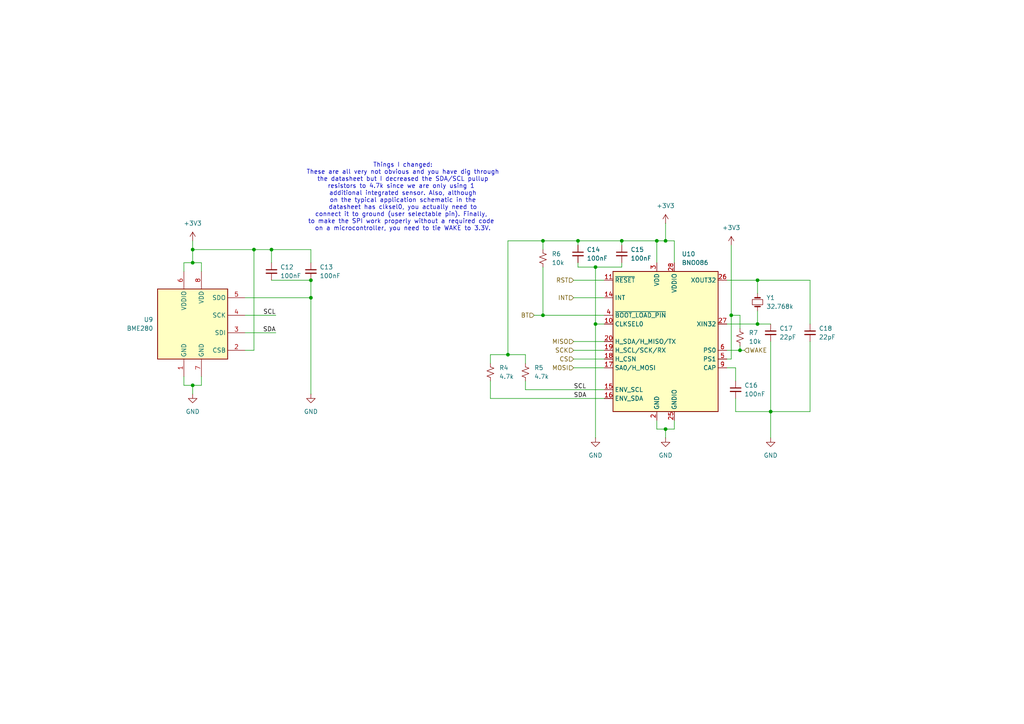
<source format=kicad_sch>
(kicad_sch (version 20250114) (generator "eeschema") (generator_version "9.0")
  (paper "A4")
  (lib_symbols
    (symbol "Device:C_Small" (pin_numbers (hide yes)) (pin_names (offset 0.254) (hide yes))
      (property "Reference" "C" (at 0.254 1.778 0))
      (property "Value" "C_Small" (at 0.254 -2.032 0))
      (symbol "C_Small_0_1"
        (polyline (pts (xy -1.524 0.508) (xy 1.524 0.508)) (stroke (width 0.3048)))
        (polyline (pts (xy -1.524 -0.508) (xy 1.524 -0.508)) (stroke (width 0.3302)))
      )
      (symbol "C_Small_1_1"
        (pin passive line (at 0 2.54 270) (length 2.032) (name "~") (number "1"))
        (pin passive line (at 0 -2.54 90) (length 2.032) (name "~") (number "2"))
      )
    )
    (symbol "Device:Crystal_Small" (pin_numbers (hide yes)) (pin_names (offset 1.016) (hide yes))
      (property "Reference" "Y" (at 0 2.54 0))
      (property "Value" "Crystal_Small" (at 0 -2.54 0))
      (symbol "Crystal_Small_0_1"
        (polyline (pts (xy -1.27 -0.762) (xy -1.27 0.762)) (stroke (width 0.381)))
        (rectangle (start -0.762 -1.524) (end 0.762 1.524))
        (polyline (pts (xy 1.27 -0.762) (xy 1.27 0.762)) (stroke (width 0.381)))
      )
      (symbol "Crystal_Small_1_1"
        (pin passive line (at -2.54 0 0) (length 1.27) (name "1") (number "1"))
        (pin passive line (at 2.54 0 180) (length 1.27) (name "2") (number "2"))
      )
    )
    (symbol "Device:R_Small_US" (pin_numbers (hide yes)) (pin_names (offset 0.254) (hide yes))
      (property "Reference" "R" (at 0.762 0.508 0))
      (property "Value" "R_Small_US" (at 0.762 -1.016 0))
      (symbol "R_Small_US_1_1"
        (polyline (pts (xy 0 1.524) (xy 1.016 1.143) (xy 0 0.762) (xy -1.016 0.381) (xy 0 0)))
        (polyline (pts (xy 0 0) (xy 1.016 -0.381) (xy 0 -0.762) (xy -1.016 -1.143) (xy 0 -1.524)))
        (pin passive line (at 0 2.54 270) (length 1.016) (name "~") (number "1"))
        (pin passive line (at 0 -2.54 90) (length 1.016) (name "~") (number "2"))
      )
    )
    (symbol "Sensor:BME280"
      (property "Reference" "U" (at -8.89 11.43 0))
      (property "Value" "BME280" (at 7.62 11.43 0))
      (symbol "BME280_0_1"
        (rectangle (start -10.16 10.16) (end 10.16 -10.16) (stroke (width 0.254)) (fill (type background)))
      )
      (symbol "BME280_1_1"
        (pin power_in line (at -2.54 15.24 270) (length 5.08) (name "VDDIO") (number "6"))
        (pin power_in line (at -2.54 -15.24 90) (length 5.08) (name "GND") (number "1"))
        (pin power_in line (at 2.54 15.24 270) (length 5.08) (name "VDD") (number "8"))
        (pin power_in line (at 2.54 -15.24 90) (length 5.08) (name "GND") (number "7"))
        (pin bidirectional line (at 15.24 7.62 180) (length 5.08) (name "SDO") (number "5"))
        (pin input line (at 15.24 2.54 180) (length 5.08) (name "SCK") (number "4"))
        (pin bidirectional line (at 15.24 -2.54 180) (length 5.08) (name "SDI") (number "3"))
        (pin input line (at 15.24 -7.62 180) (length 5.08) (name "CSB") (number "2"))
      )
    )
    (symbol "Sensor_Motion:BNO086"
      (property "Reference" "U" (at -11.43 21.59 0))
      (property "Value" "BNO086" (at 12.7 21.59 0))
      (symbol "BNO086_0_1"
        (rectangle (start -15.24 20.32) (end 15.24 -20.32) (stroke (width 0.254)) (fill (type background)))
      )
      (symbol "BNO086_1_1"
        (pin input line (at -17.78 17.78 0) (length 2.54) (name "~{RESET}") (number "11"))
        (pin no_connect line (at -17.78 15.24 0) (length 2.54) (hide yes) (name "PIN1") (number "1"))
        (pin output line (at -17.78 12.7 0) (length 2.54) (name "INT") (number "14"))
        (pin no_connect line (at -17.78 10.16 0) (length 2.54) (hide yes) (name "PIN7") (number "7"))
        (pin input line (at -17.78 7.62 0) (length 2.54) (name "~{BOOT_LOAD_PIN}") (number "4"))
        (pin input line (at -17.78 5.08 0) (length 2.54) (name "CLKSEL0") (number "10"))
        (pin no_connect line (at -17.78 2.54 0) (length 2.54) (hide yes) (name "PIN8") (number "8"))
        (pin bidirectional line (at -17.78 0 0) (length 2.54) (name "H_SDA/H_MISO/TX") (number "20"))
        (pin bidirectional line (at -17.78 -2.54 0) (length 2.54) (name "H_SCL/SCK/RX") (number "19"))
        (pin input line (at -17.78 -5.08 0) (length 2.54) (name "H_CSN") (number "18"))
        (pin input line (at -17.78 -7.62 0) (length 2.54) (name "SA0/H_MOSI") (number "17"))
        (pin bidirectional line (at -17.78 -13.97 0) (length 2.54) (name "ENV_SCL") (number "15"))
        (pin bidirectional line (at -17.78 -16.51 0) (length 2.54) (name "ENV_SDA") (number "16"))
        (pin power_in line (at -2.54 22.86 270) (length 2.54) (name "VDD") (number "3"))
        (pin power_in line (at -2.54 -22.86 90) (length 2.54) (name "GND") (number "2"))
        (pin power_in line (at 2.54 22.86 270) (length 2.54) (name "VDDIO") (number "28"))
        (pin power_in line (at 2.54 -22.86 90) (length 2.54) (name "GNDIO") (number "25"))
        (pin output line (at 17.78 17.78 180) (length 2.54) (name "XOUT32") (number "26"))
        (pin no_connect line (at 17.78 15.24 180) (length 2.54) (hide yes) (name "PIN12") (number "12"))
        (pin no_connect line (at 17.78 12.7 180) (length 2.54) (hide yes) (name "PIN13") (number "13"))
        (pin no_connect line (at 17.78 10.16 180) (length 2.54) (hide yes) (name "PIN21") (number "21"))
        (pin no_connect line (at 17.78 7.62 180) (length 2.54) (hide yes) (name "PIN22") (number "22"))
        (pin input line (at 17.78 5.08 180) (length 2.54) (name "XIN32") (number "27"))
        (pin no_connect line (at 17.78 2.54 180) (length 2.54) (hide yes) (name "PIN23") (number "23"))
        (pin no_connect line (at 17.78 0 180) (length 2.54) (hide yes) (name "PIN24") (number "24"))
        (pin input line (at 17.78 -2.54 180) (length 2.54) (name "PS0") (number "6"))
        (pin input line (at 17.78 -5.08 180) (length 2.54) (name "PS1") (number "5"))
        (pin passive line (at 17.78 -7.62 180) (length 2.54) (name "CAP") (number "9"))
      )
    )
    (symbol "power:+3V3" (power) (pin_numbers (hide yes)) (pin_names (offset 0) (hide yes))
      (property "Value" "+3V3" (at 0 3.556 0))
      (symbol "+3V3_0_1"
        (polyline (pts (xy -0.762 1.27) (xy 0 2.54)))
        (polyline (pts (xy 0 2.54) (xy 0.762 1.27)))
        (polyline (pts (xy 0 0) (xy 0 2.54)))
      )
      (symbol "+3V3_1_1"
        (pin power_in line (at 0 0 90) (length 0) (name "~") (number "1"))
      )
    )
    (symbol "power:GND" (power) (pin_numbers (hide yes)) (pin_names (offset 0) (hide yes))
      (property "Value" "GND" (at 0 -3.81 0))
      (symbol "GND_0_1"
        (polyline (pts (xy 0 0) (xy 0 -1.27) (xy 1.27 -1.27) (xy 0 -2.54) (xy -1.27 -1.27) (xy 0 -1.27)))
      )
      (symbol "GND_1_1"
        (pin power_in line (at 0 0 270) (length 0) (name "~") (number "1"))
      )
    )
  )
  (text "Things I changed:\nThese are all very not obvious and you have dig through\nthe datasheet but I decreased the SDA/SCL pullup\nresistors to 4.7k since we are only using 1 \nadditional integrated sensor. Also, although\non the typical application schematic in the\ndatasheet has clksel0, you actually need to\nconnect it to ground (user selectable pin). Finally, \nto make the SPI work properly without a required code \non a microcontroller, you need to tie WAKE to 3.3V." (at 116.84 57.15 0) (effects (font (size 1.27 1.27))))
  (junction (at 147.32 102.87))
  (junction (at 55.88 76.2))
  (junction (at 212.09 91.44))
  (junction (at 219.71 93.98))
  (junction (at 78.74 72.39))
  (junction (at 223.52 119.38))
  (junction (at 73.66 72.39))
  (junction (at 55.88 72.39))
  (junction (at 167.64 69.85))
  (junction (at 172.72 93.98))
  (junction (at 90.17 81.28))
  (junction (at 190.5 69.85))
  (junction (at 193.04 69.85))
  (junction (at 193.04 124.46))
  (junction (at 219.71 81.28))
  (junction (at 157.48 91.44))
  (junction (at 172.72 77.47))
  (junction (at 157.48 69.85))
  (junction (at 180.34 69.85))
  (junction (at 90.17 86.36))
  (junction (at 55.88 111.76))
  (junction (at 214.63 101.6))
  (wire (pts (xy 213.36 106.68) (xy 213.36 110.49)))
  (wire (pts (xy 219.71 81.28) (xy 219.71 85.09)))
  (wire (pts (xy 55.88 114.3) (xy 55.88 111.76)))
  (wire (pts (xy 154.94 91.44) (xy 157.48 91.44)))
  (wire (pts (xy 180.34 76.2) (xy 180.34 77.47)))
  (wire (pts (xy 142.24 105.41) (xy 142.24 102.87)))
  (wire (pts (xy 157.48 69.85) (xy 147.32 69.85)))
  (wire (pts (xy 73.66 72.39) (xy 73.66 101.6)))
  (wire (pts (xy 210.82 101.6) (xy 214.63 101.6)))
  (wire (pts (xy 213.36 115.57) (xy 213.36 119.38)))
  (wire (pts (xy 55.88 76.2) (xy 53.34 76.2)))
  (wire (pts (xy 234.95 119.38) (xy 223.52 119.38)))
  (wire (pts (xy 234.95 99.06) (xy 234.95 119.38)))
  (wire (pts (xy 58.42 111.76) (xy 55.88 111.76)))
  (wire (pts (xy 193.04 124.46) (xy 190.5 124.46)))
  (wire (pts (xy 90.17 86.36) (xy 90.17 114.3)))
  (wire (pts (xy 210.82 106.68) (xy 213.36 106.68)))
  (wire (pts (xy 142.24 102.87) (xy 147.32 102.87)))
  (wire (pts (xy 175.26 99.06) (xy 166.37 99.06)))
  (wire (pts (xy 58.42 78.74) (xy 58.42 76.2)))
  (wire (pts (xy 195.58 124.46) (xy 195.58 121.92)))
  (wire (pts (xy 213.36 119.38) (xy 223.52 119.38)))
  (wire (pts (xy 78.74 72.39) (xy 78.74 76.2)))
  (wire (pts (xy 166.37 101.6) (xy 175.26 101.6)))
  (wire (pts (xy 195.58 69.85) (xy 193.04 69.85)))
  (wire (pts (xy 210.82 93.98) (xy 219.71 93.98)))
  (wire (pts (xy 167.64 69.85) (xy 180.34 69.85)))
  (wire (pts (xy 180.34 77.47) (xy 172.72 77.47)))
  (wire (pts (xy 190.5 69.85) (xy 193.04 69.85)))
  (wire (pts (xy 157.48 77.47) (xy 157.48 91.44)))
  (wire (pts (xy 223.52 99.06) (xy 223.52 119.38)))
  (wire (pts (xy 167.64 71.12) (xy 167.64 69.85)))
  (wire (pts (xy 210.82 81.28) (xy 219.71 81.28)))
  (wire (pts (xy 180.34 71.12) (xy 180.34 69.85)))
  (wire (pts (xy 223.52 119.38) (xy 223.52 127)))
  (wire (pts (xy 73.66 72.39) (xy 78.74 72.39)))
  (wire (pts (xy 55.88 111.76) (xy 53.34 111.76)))
  (wire (pts (xy 190.5 124.46) (xy 190.5 121.92)))
  (wire (pts (xy 166.37 81.28) (xy 175.26 81.28)))
  (wire (pts (xy 147.32 69.85) (xy 147.32 102.87)))
  (wire (pts (xy 71.12 86.36) (xy 90.17 86.36)))
  (wire (pts (xy 142.24 115.57) (xy 142.24 110.49)))
  (wire (pts (xy 172.72 93.98) (xy 175.26 93.98)))
  (wire (pts (xy 71.12 101.6) (xy 73.66 101.6)))
  (wire (pts (xy 214.63 101.6) (xy 215.9 101.6)))
  (wire (pts (xy 214.63 91.44) (xy 212.09 91.44)))
  (wire (pts (xy 157.48 72.39) (xy 157.48 69.85)))
  (wire (pts (xy 193.04 127) (xy 193.04 124.46)))
  (wire (pts (xy 157.48 69.85) (xy 167.64 69.85)))
  (wire (pts (xy 58.42 111.76) (xy 58.42 109.22)))
  (wire (pts (xy 55.88 72.39) (xy 55.88 76.2)))
  (wire (pts (xy 195.58 124.46) (xy 193.04 124.46)))
  (wire (pts (xy 152.4 102.87) (xy 152.4 105.41)))
  (wire (pts (xy 90.17 72.39) (xy 78.74 72.39)))
  (wire (pts (xy 214.63 91.44) (xy 214.63 95.25)))
  (wire (pts (xy 212.09 91.44) (xy 212.09 104.14)))
  (wire (pts (xy 55.88 72.39) (xy 73.66 72.39)))
  (wire (pts (xy 195.58 76.2) (xy 195.58 69.85)))
  (wire (pts (xy 152.4 113.03) (xy 175.26 113.03)))
  (wire (pts (xy 219.71 93.98) (xy 223.52 93.98)))
  (wire (pts (xy 180.34 69.85) (xy 190.5 69.85)))
  (wire (pts (xy 190.5 76.2) (xy 190.5 69.85)))
  (wire (pts (xy 157.48 91.44) (xy 175.26 91.44)))
  (wire (pts (xy 53.34 76.2) (xy 53.34 78.74)))
  (wire (pts (xy 90.17 81.28) (xy 90.17 86.36)))
  (wire (pts (xy 167.64 76.2) (xy 167.64 77.47)))
  (wire (pts (xy 78.74 81.28) (xy 90.17 81.28)))
  (wire (pts (xy 147.32 102.87) (xy 152.4 102.87)))
  (wire (pts (xy 212.09 71.12) (xy 212.09 91.44)))
  (wire (pts (xy 55.88 69.85) (xy 55.88 72.39)))
  (wire (pts (xy 166.37 106.68) (xy 175.26 106.68)))
  (wire (pts (xy 58.42 76.2) (xy 55.88 76.2)))
  (wire (pts (xy 166.37 86.36) (xy 175.26 86.36)))
  (wire (pts (xy 210.82 104.14) (xy 212.09 104.14)))
  (wire (pts (xy 172.72 77.47) (xy 172.72 93.98)))
  (wire (pts (xy 53.34 111.76) (xy 53.34 109.22)))
  (wire (pts (xy 234.95 81.28) (xy 219.71 81.28)))
  (wire (pts (xy 166.37 104.14) (xy 175.26 104.14)))
  (wire (pts (xy 142.24 115.57) (xy 175.26 115.57)))
  (wire (pts (xy 172.72 77.47) (xy 167.64 77.47)))
  (wire (pts (xy 219.71 93.98) (xy 219.71 90.17)))
  (wire (pts (xy 234.95 93.98) (xy 234.95 81.28)))
  (wire (pts (xy 152.4 110.49) (xy 152.4 113.03)))
  (wire (pts (xy 193.04 69.85) (xy 193.04 64.77)))
  (wire (pts (xy 172.72 93.98) (xy 172.72 127)))
  (wire (pts (xy 214.63 100.33) (xy 214.63 101.6)))
  (wire (pts (xy 71.12 91.44) (xy 80.01 91.44)))
  (wire (pts (xy 90.17 76.2) (xy 90.17 72.39)))
  (wire (pts (xy 71.12 96.52) (xy 80.01 96.52)))
  (label "SCL" (at 80.01 91.44 180))
  (label "SDA" (at 166.37 115.57 0))
  (label "SCL" (at 166.37 113.03 0))
  (label "SDA" (at 80.01 96.52 180))
  (hierarchical_label "BT" (shape input) (at 154.94 91.44 180))
  (hierarchical_label "RST" (shape input) (at 166.37 81.28 180))
  (hierarchical_label "SCK" (shape input) (at 166.37 101.6 180))
  (hierarchical_label "MISO" (shape input) (at 166.37 99.06 180))
  (hierarchical_label "CS" (shape input) (at 166.37 104.14 180))
  (hierarchical_label "MOSI" (shape input) (at 166.37 106.68 180))
  (hierarchical_label "WAKE" (shape input) (at 215.9 101.6 0))
  (hierarchical_label "INT" (shape input) (at 166.37 86.36 180))
  (symbol (lib_id "Device:R_Small_US") (at 157.48 74.93 0) (unit 1)
    (property "Reference" "R6" (at 160.02 73.6599 0) (effects (justify left)))
    (property "Value" "10k" (at 160.02 76.1999 0) (effects (justify left)))
    (property "Footprint" "Resistor_SMD:R_0603_1608Metric" (effects (hide yes)))
    (property "Description" "Resistor, small US symbol" (effects (hide yes)))
  )
  (symbol (lib_id "Device:R_Small_US") (at 152.4 107.95 0) (unit 1)
    (property "Reference" "R5" (at 154.94 106.6799 0) (effects (justify left)))
    (property "Value" "4.7k" (at 154.94 109.2199 0) (effects (justify left)))
    (property "Footprint" "Resistor_SMD:R_0603_1608Metric" (effects (hide yes)))
    (property "Description" "Resistor, small US symbol" (effects (hide yes)))
  )
  (symbol (lib_id "Device:R_Small_US") (at 214.63 97.79 0) (unit 1)
    (property "Reference" "R7" (at 217.17 96.5199 0) (effects (justify left)))
    (property "Value" "10k" (at 217.17 99.0599 0) (effects (justify left)))
    (property "Footprint" "Resistor_SMD:R_0603_1608Metric" (effects (hide yes)))
    (property "Description" "Resistor, small US symbol" (effects (hide yes)))
  )
  (symbol (lib_id "power:+3V3") (at 193.04 64.77 0) (unit 1)
    (property "Reference" "#PWR036" (effects (hide yes)))
    (property "Value" "+3V3" (at 193.04 59.69 0))
    (property "Description" "Power symbol creates a global label with name \"+3V3\"" (effects (hide yes)))
  )
  (symbol (lib_id "Device:C_Small") (at 234.95 96.52 0) (unit 1)
    (property "Reference" "C18" (at 237.49 95.2562 0) (effects (justify left)))
    (property "Value" "22pF" (at 237.49 97.7962 0) (effects (justify left)))
    (property "Footprint" "Capacitor_SMD:C_0603_1608Metric" (effects (hide yes)))
    (property "Description" "Unpolarized capacitor, small symbol" (effects (hide yes)))
  )
  (symbol (lib_id "Device:C_Small") (at 78.74 78.74 0) (unit 1)
    (property "Reference" "C12" (at 81.28 77.4762 0) (effects (justify left)))
    (property "Value" "100nF" (at 81.28 80.0162 0) (effects (justify left)))
    (property "Footprint" "Capacitor_SMD:C_0603_1608Metric" (effects (hide yes)))
    (property "Description" "Unpolarized capacitor, small symbol" (effects (hide yes)))
  )
  (symbol (lib_id "Device:C_Small") (at 223.52 96.52 0) (unit 1)
    (property "Reference" "C17" (at 226.06 95.2562 0) (effects (justify left)))
    (property "Value" "22pF" (at 226.06 97.7962 0) (effects (justify left)))
    (property "Footprint" "Capacitor_SMD:C_0603_1608Metric" (effects (hide yes)))
    (property "Description" "Unpolarized capacitor, small symbol" (effects (hide yes)))
  )
  (symbol (lib_id "power:GND") (at 223.52 127 0) (unit 1)
    (property "Reference" "#PWR039" (effects (hide yes)))
    (property "Value" "GND" (at 223.52 132.08 0))
    (property "Description" "Power symbol creates a global label with name \"GND\" , ground" (effects (hide yes)))
  )
  (symbol (lib_id "power:GND") (at 90.17 114.3 0) (unit 1)
    (property "Reference" "#PWR034" (effects (hide yes)))
    (property "Value" "GND" (at 90.17 119.38 0))
    (property "Description" "Power symbol creates a global label with name \"GND\" , ground" (effects (hide yes)))
  )
  (symbol (lib_id "power:+3V3") (at 212.09 71.12 0) (unit 1)
    (property "Reference" "#PWR038" (effects (hide yes)))
    (property "Value" "+3V3" (at 212.09 66.04 0))
    (property "Description" "Power symbol creates a global label with name \"+3V3\"" (effects (hide yes)))
  )
  (symbol (lib_id "power:+3V3") (at 55.88 69.85 0) (unit 1)
    (property "Reference" "#PWR032" (effects (hide yes)))
    (property "Value" "+3V3" (at 55.88 64.77 0))
    (property "Description" "Power symbol creates a global label with name \"+3V3\"" (effects (hide yes)))
  )
  (symbol (lib_id "Device:C_Small") (at 213.36 113.03 0) (unit 1)
    (property "Reference" "C16" (at 215.9 111.7662 0) (effects (justify left)))
    (property "Value" "100nF" (at 215.9 114.3062 0) (effects (justify left)))
    (property "Footprint" "Capacitor_SMD:C_0603_1608Metric" (effects (hide yes)))
    (property "Description" "Unpolarized capacitor, small symbol" (effects (hide yes)))
  )
  (symbol (lib_id "Device:Crystal_Small") (at 219.71 87.63 90) (unit 1)
    (property "Reference" "Y1" (at 222.25 86.3599 90) (effects (justify right)))
    (property "Value" "32.768k" (at 222.25 88.8999 90) (effects (justify right)))
    (property "Footprint" "Crystal:Crystal_SMD_3215-2Pin_3.2x1.5mm" (effects (hide yes)))
    (property "Description" "Two pin crystal, small symbol" (effects (hide yes)))
  )
  (symbol (lib_id "Sensor:BME280") (at 55.88 93.98 0) (unit 1)
    (property "Reference" "U9" (at 44.45 92.7099 0) (effects (justify right)))
    (property "Value" "BME280" (at 44.45 95.2499 0) (effects (justify right)))
    (property "Footprint" "Package_LGA:Bosch_LGA-8_2.5x2.5mm_P0.65mm_ClockwisePinNumbering" (effects (hide yes)))
    (property "Datasheet" "https://www.bosch-sensortec.com/media/boschsensortec/downloads/datasheets/bst-bme280-ds002.pdf" (effects (hide yes)))
    (property "Description" "3-in-1 sensor, humidity, pressure, temperature, I2C and SPI interface, 1.71-3.6V, LGA-8" (effects (hide yes)))
  )
  (symbol (lib_id "power:GND") (at 55.88 114.3 0) (unit 1)
    (property "Reference" "#PWR033" (effects (hide yes)))
    (property "Value" "GND" (at 55.88 119.38 0))
    (property "Description" "Power symbol creates a global label with name \"GND\" , ground" (effects (hide yes)))
  )
  (symbol (lib_id "power:GND") (at 172.72 127 0) (unit 1)
    (property "Reference" "#PWR035" (effects (hide yes)))
    (property "Value" "GND" (at 172.72 132.08 0))
    (property "Description" "Power symbol creates a global label with name \"GND\" , ground" (effects (hide yes)))
  )
  (symbol (lib_id "Device:C_Small") (at 180.34 73.66 0) (unit 1)
    (property "Reference" "C15" (at 182.88 72.3962 0) (effects (justify left)))
    (property "Value" "100nF" (at 182.88 74.9362 0) (effects (justify left)))
    (property "Footprint" "Capacitor_SMD:C_0603_1608Metric" (effects (hide yes)))
    (property "Description" "Unpolarized capacitor, small symbol" (effects (hide yes)))
  )
  (symbol (lib_id "Device:R_Small_US") (at 142.24 107.95 0) (unit 1)
    (property "Reference" "R4" (at 144.78 106.6799 0) (effects (justify left)))
    (property "Value" "4.7k" (at 144.78 109.2199 0) (effects (justify left)))
    (property "Footprint" "Resistor_SMD:R_0603_1608Metric" (effects (hide yes)))
    (property "Description" "Resistor, small US symbol" (effects (hide yes)))
  )
  (symbol (lib_id "power:GND") (at 193.04 127 0) (unit 1)
    (property "Reference" "#PWR037" (effects (hide yes)))
    (property "Value" "GND" (at 193.04 132.08 0))
    (property "Description" "Power symbol creates a global label with name \"GND\" , ground" (effects (hide yes)))
  )
  (symbol (lib_id "Device:C_Small") (at 90.17 78.74 0) (unit 1)
    (property "Reference" "C13" (at 92.71 77.4762 0) (effects (justify left)))
    (property "Value" "100nF" (at 92.71 80.0162 0) (effects (justify left)))
    (property "Footprint" "Capacitor_SMD:C_0603_1608Metric" (effects (hide yes)))
    (property "Description" "Unpolarized capacitor, small symbol" (effects (hide yes)))
  )
  (symbol (lib_id "Sensor_Motion:BNO086") (at 193.04 99.06 0) (unit 1)
    (property "Reference" "U10" (at 197.7233 73.66 0) (effects (justify left)))
    (property "Value" "BNO086" (at 197.7233 76.2 0) (effects (justify left)))
    (property "Footprint" "Package_LGA:LGA-28_5.2x3.8mm_P0.5mm" (effects (hide yes)))
    (property "Datasheet" "https://mm.digikey.com/Volume0/opasdata/d220001/medias/docus/6531/BNO080_085_Datasheet-3196201.pdf" (effects (hide yes)))
    (property "Description" "Intelligent 9-axis absolute orientation sensor, LGA-28" (effects (hide yes)))
  )
  (symbol (lib_id "Device:C_Small") (at 167.64 73.66 0) (unit 1)
    (property "Reference" "C14" (at 170.18 72.3962 0) (effects (justify left)))
    (property "Value" "100nF" (at 170.18 74.9362 0) (effects (justify left)))
    (property "Footprint" "Capacitor_SMD:C_0603_1608Metric" (effects (hide yes)))
    (property "Description" "Unpolarized capacitor, small symbol" (effects (hide yes)))
  )
)
</source>
